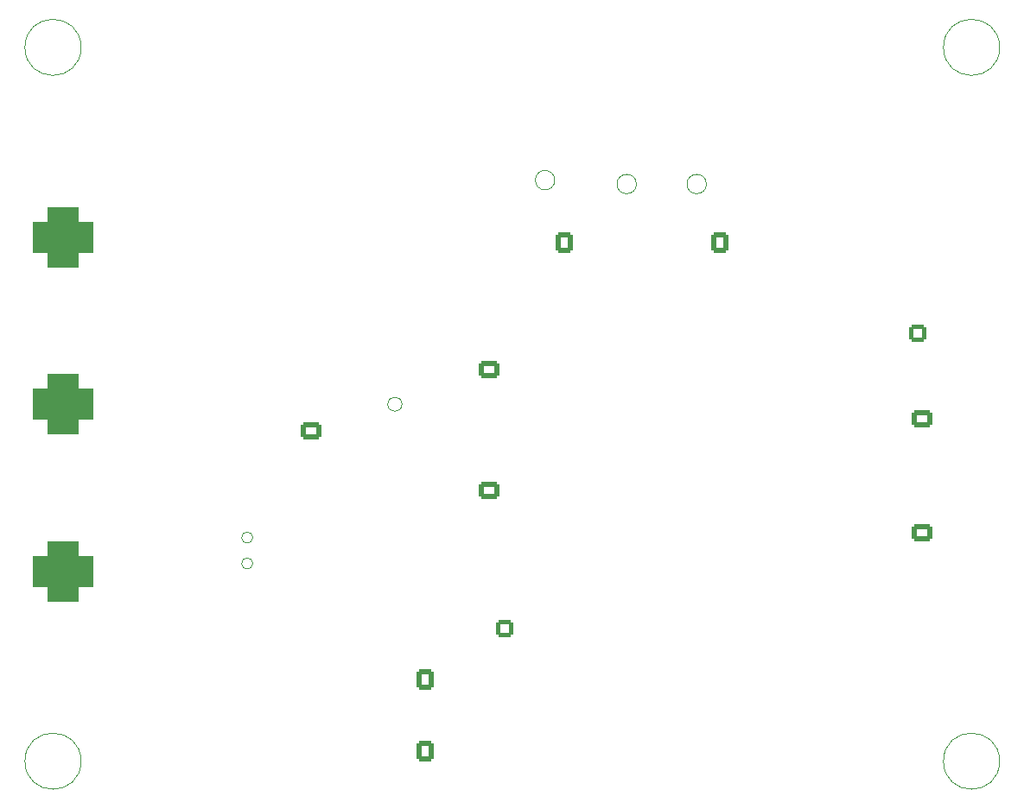
<source format=gbr>
%TF.GenerationSoftware,KiCad,Pcbnew,7.0.6*%
%TF.CreationDate,2023-08-13T13:48:50+02:00*%
%TF.ProjectId,Nice-Buoy-V1_0,4e696365-2d42-4756-9f79-2d56315f302e,rev?*%
%TF.SameCoordinates,Original*%
%TF.FileFunction,Legend,Bot*%
%TF.FilePolarity,Positive*%
%FSLAX46Y46*%
G04 Gerber Fmt 4.6, Leading zero omitted, Abs format (unit mm)*
G04 Created by KiCad (PCBNEW 7.0.6) date 2023-08-13 13:48:50*
%MOMM*%
%LPD*%
G01*
G04 APERTURE LIST*
G04 Aperture macros list*
%AMRoundRect*
0 Rectangle with rounded corners*
0 $1 Rounding radius*
0 $2 $3 $4 $5 $6 $7 $8 $9 X,Y pos of 4 corners*
0 Add a 4 corners polygon primitive as box body*
4,1,4,$2,$3,$4,$5,$6,$7,$8,$9,$2,$3,0*
0 Add four circle primitives for the rounded corners*
1,1,$1+$1,$2,$3*
1,1,$1+$1,$4,$5*
1,1,$1+$1,$6,$7*
1,1,$1+$1,$8,$9*
0 Add four rect primitives between the rounded corners*
20,1,$1+$1,$2,$3,$4,$5,0*
20,1,$1+$1,$4,$5,$6,$7,0*
20,1,$1+$1,$6,$7,$8,$9,0*
20,1,$1+$1,$8,$9,$2,$3,0*%
G04 Aperture macros list end*
%ADD10C,0.100000*%
%ADD11O,1.950000X1.700000*%
%ADD12RoundRect,0.250000X-0.725000X0.600000X-0.725000X-0.600000X0.725000X-0.600000X0.725000X0.600000X0*%
%ADD13C,0.700000*%
%ADD14C,1.000000*%
%ADD15RoundRect,1.500000X1.500000X-1.500000X1.500000X1.500000X-1.500000X1.500000X-1.500000X-1.500000X0*%
%ADD16C,6.000000*%
%ADD17R,1.700000X1.700000*%
%ADD18O,1.700000X1.700000*%
%ADD19RoundRect,0.250000X0.725000X-0.600000X0.725000X0.600000X-0.725000X0.600000X-0.725000X-0.600000X0*%
%ADD20C,1.524000*%
%ADD21RoundRect,0.206250X0.618750X-0.618750X0.618750X0.618750X-0.618750X0.618750X-0.618750X-0.618750X0*%
%ADD22C,1.700000*%
%ADD23RoundRect,1.500000X-1.500000X-1.500000X1.500000X-1.500000X1.500000X1.500000X-1.500000X1.500000X0*%
%ADD24C,3.200000*%
%ADD25RoundRect,1.500000X-1.500000X1.500000X-1.500000X-1.500000X1.500000X-1.500000X1.500000X1.500000X0*%
%ADD26C,1.500000*%
%ADD27C,2.700000*%
%ADD28C,3.000000*%
%ADD29RoundRect,0.250000X0.600000X0.725000X-0.600000X0.725000X-0.600000X-0.725000X0.600000X-0.725000X0*%
%ADD30O,1.700000X1.950000*%
%ADD31RoundRect,0.206250X-0.618750X-0.618750X0.618750X-0.618750X0.618750X0.618750X-0.618750X0.618750X0*%
%ADD32R,2.400000X2.400000*%
%ADD33C,2.400000*%
%ADD34O,1.800000X1.100000*%
%ADD35O,2.200000X1.100000*%
%ADD36RoundRect,0.250000X-0.600000X-0.750000X0.600000X-0.750000X0.600000X0.750000X-0.600000X0.750000X0*%
%ADD37O,1.700000X2.000000*%
G04 APERTURE END LIST*
D10*
%TO.C,TP702*%
X69088400Y-88466000D02*
G75*
G03*
X69088400Y-88466000I-550000J0D01*
G01*
%TO.C,TP701*%
X83710000Y-75390000D02*
G75*
G03*
X83710000Y-75390000I-700000J0D01*
G01*
%TO.C,H1003*%
X52260000Y-110390000D02*
G75*
G03*
X52260000Y-110390000I-2750000J0D01*
G01*
%TO.C,TP202*%
X113532000Y-53795000D02*
G75*
G03*
X113532000Y-53795000I-950000J0D01*
G01*
%TO.C,H1001*%
X52260000Y-40390000D02*
G75*
G03*
X52260000Y-40390000I-2750000J0D01*
G01*
%TO.C,TP201*%
X98673000Y-53414000D02*
G75*
G03*
X98673000Y-53414000I-950000J0D01*
G01*
%TO.C,TP203*%
X106674000Y-53795000D02*
G75*
G03*
X106674000Y-53795000I-950000J0D01*
G01*
%TO.C,H1002*%
X142260000Y-40390000D02*
G75*
G03*
X142260000Y-40390000I-2750000J0D01*
G01*
%TO.C,TP703*%
X69088400Y-91006000D02*
G75*
G03*
X69088400Y-91006000I-550000J0D01*
G01*
%TO.C,H1004*%
X142260000Y-110390000D02*
G75*
G03*
X142260000Y-110390000I-2750000J0D01*
G01*
%TD*%
%LPC*%
D11*
%TO.C,J105*%
X134680000Y-92958000D03*
X134680000Y-90458000D03*
D12*
X134680000Y-87958000D03*
%TD*%
D11*
%TO.C,J104*%
X134680000Y-81782000D03*
X134680000Y-79282000D03*
D12*
X134680000Y-76782000D03*
%TD*%
D13*
%TO.C,TP702*%
X68538400Y-88466000D03*
%TD*%
D14*
%TO.C,TP701*%
X83010000Y-75390000D03*
%TD*%
D15*
%TO.C,J202*%
X50510000Y-58990000D03*
D16*
X50510000Y-51790000D03*
%TD*%
D17*
%TO.C,J708*%
X72510000Y-111390000D03*
D18*
X72510000Y-108850000D03*
%TD*%
D19*
%TO.C,J402*%
X92245000Y-83814000D03*
D11*
X92245000Y-81314000D03*
X92245000Y-78814000D03*
%TD*%
D20*
%TO.C,TP1*%
X121450000Y-52080000D03*
X123990000Y-52080000D03*
X126530000Y-52080000D03*
X129070000Y-52080000D03*
X121450000Y-54620000D03*
X123990000Y-54620000D03*
X126530000Y-54620000D03*
X129070000Y-54620000D03*
X121450000Y-57160000D03*
X123990000Y-57160000D03*
X126530000Y-57160000D03*
X129070000Y-57160000D03*
X121450000Y-59700000D03*
X123990000Y-59700000D03*
X126530000Y-59700000D03*
X129070000Y-59700000D03*
%TD*%
D21*
%TO.C,J901*%
X93786000Y-97356000D03*
D22*
X93786000Y-94816000D03*
X93786000Y-92276000D03*
X93786000Y-89736000D03*
%TD*%
D19*
%TO.C,J709*%
X74760000Y-78012000D03*
D11*
X74760000Y-75512000D03*
X74760000Y-73012000D03*
%TD*%
D23*
%TO.C,J201*%
X50510000Y-75390000D03*
D16*
X57710000Y-75390000D03*
%TD*%
D24*
%TO.C,H1003*%
X49510000Y-110390000D03*
%TD*%
D25*
%TO.C,J203*%
X50510000Y-91790000D03*
D16*
X50510000Y-98990000D03*
%TD*%
D26*
%TO.C,TP202*%
X112582000Y-53795000D03*
%TD*%
D24*
%TO.C,H1001*%
X49510000Y-40390000D03*
%TD*%
D27*
%TO.C,F201*%
X62510000Y-50640000D03*
D28*
X62510000Y-39390000D03*
X62510000Y-61890000D03*
%TD*%
D17*
%TO.C,SW101*%
X122615000Y-100785000D03*
D18*
X122615000Y-103325000D03*
%TD*%
D17*
%TO.C,J702*%
X86445000Y-97390000D03*
D18*
X88985000Y-97390000D03*
%TD*%
D26*
%TO.C,TP201*%
X97723000Y-53414000D03*
%TD*%
%TO.C,TP203*%
X105724000Y-53795000D03*
%TD*%
D24*
%TO.C,H1002*%
X139510000Y-40390000D03*
%TD*%
D17*
%TO.C,J706*%
X80510000Y-111390000D03*
D18*
X80510000Y-108850000D03*
%TD*%
D29*
%TO.C,J103*%
X99588000Y-59527000D03*
D30*
X97088000Y-59527000D03*
X94588000Y-59527000D03*
%TD*%
D19*
%TO.C,J401*%
X92245000Y-71956000D03*
D11*
X92245000Y-69456000D03*
X92245000Y-66956000D03*
%TD*%
D17*
%TO.C,J705*%
X76510000Y-111390000D03*
D18*
X76510000Y-108850000D03*
%TD*%
D31*
%TO.C,J102*%
X134273600Y-68400000D03*
D22*
X136813600Y-68400000D03*
X139353600Y-68400000D03*
X141893600Y-68400000D03*
%TD*%
D32*
%TO.C,SW201*%
X65260000Y-75390000D03*
D33*
X68760000Y-75390000D03*
%TD*%
D17*
%TO.C,SW102*%
X122615000Y-105865000D03*
D18*
X122615000Y-108405000D03*
%TD*%
D27*
%TO.C,F202*%
X62510000Y-100140000D03*
D28*
X62510000Y-111390000D03*
X62510000Y-88890000D03*
%TD*%
D17*
%TO.C,J703*%
X86510000Y-93390000D03*
D18*
X89050000Y-93390000D03*
%TD*%
D17*
%TO.C,J707*%
X76514000Y-104976000D03*
D18*
X76514000Y-102436000D03*
%TD*%
D34*
%TO.C,J101*%
X126410000Y-110890000D03*
D35*
X129210000Y-113040000D03*
D34*
X132010000Y-110890000D03*
%TD*%
D20*
%TO.C,TP2*%
X121450000Y-62224000D03*
X123990000Y-62224000D03*
X126530000Y-62224000D03*
X129070000Y-62224000D03*
X121450000Y-64764000D03*
X123990000Y-64764000D03*
X126530000Y-64764000D03*
X129070000Y-64764000D03*
X121450000Y-67304000D03*
X123990000Y-67304000D03*
X126530000Y-67304000D03*
X129070000Y-67304000D03*
X121450000Y-69844000D03*
X123990000Y-69844000D03*
X126530000Y-69844000D03*
X129070000Y-69844000D03*
%TD*%
D36*
%TO.C,J701*%
X86010000Y-102390000D03*
D37*
X88510000Y-102390000D03*
%TD*%
D13*
%TO.C,TP703*%
X68538400Y-91006000D03*
%TD*%
D24*
%TO.C,H1004*%
X139510000Y-110390000D03*
%TD*%
D29*
%TO.C,J501*%
X114808000Y-59527000D03*
D30*
X112308000Y-59527000D03*
X109808000Y-59527000D03*
X107308000Y-59527000D03*
%TD*%
D36*
%TO.C,J704*%
X86010000Y-109390000D03*
D37*
X88510000Y-109390000D03*
%TD*%
%LPD*%
M02*

</source>
